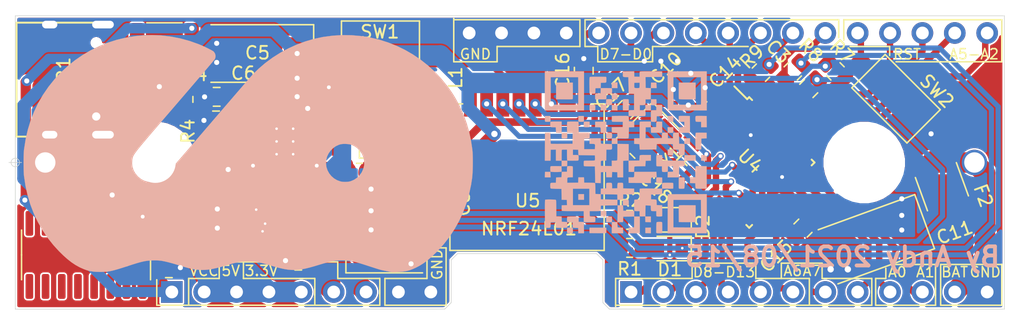
<source format=kicad_pcb>
(kicad_pcb (version 20211014) (generator pcbnew)
  (layers (0 "F.Cu" signal) (31 "B.Cu" signal) (34 "B.Paste" user) (35 "F.Paste" user) (36 "B.SilkS" user "B.Silkscreen") (37 "F.SilkS" user "F.Silkscreen") (38 "B.Mask" user) (39 "F.Mask" user) (44 "Edge.Cuts" user))
  (net 0 "")
  (net 1 "GNDA")
  (net 2 "Net-(C1-Pad1)")
  (net 3 "VCC")
  (net 4 "Net-(C3-Pad2)")
  (net 5 "/Reset")
  (net 6 "Net-(C4-Pad2)")
  (net 7 "+5V")
  (net 8 "+3V3")
  (net 9 "Net-(C18-Pad2)")
  (net 10 "Net-(D1-Pad2)")
  (net 11 "/RX")
  (net 12 "Net-(D2-Pad2)")
  (net 13 "/TX")
  (net 14 "Net-(L1-Pad1)")
  (net 15 "Net-(U1-Pad15)")
  (net 16 "Net-(U1-Pad14)")
  (net 17 "Net-(U1-Pad12)")
  (net 18 "Net-(U1-Pad11)")
  (net 19 "Net-(U1-Pad10)")
  (net 20 "Net-(U1-Pad9)")
  (net 21 "Net-(U1-Pad8)")
  (net 22 "Net-(U1-Pad7)")
  (net 23 "Net-(U1-Pad6)")
  (net 24 "Net-(U1-Pad5)")
  (net 25 "/D2")
  (net 26 "/A5")
  (net 27 "/A4")
  (net 28 "/A3")
  (net 29 "/A2")
  (net 30 "/A1")
  (net 31 "/A0")
  (net 32 "/D4")
  (net 33 "/D3")
  (net 34 "Net-(USB1-Pad3)")
  (net 35 "Net-(USB1-Pad10)")
  (net 36 "Net-(USB1-Pad4)")
  (net 37 "Net-(USB1-Pad9)")
  (net 38 "Net-(C9-Pad1)")
  (net 39 "+BATT")
  (net 40 "Net-(C15-Pad2)")
  (net 41 "Net-(D3-Pad2)")
  (net 42 "VBUS")
  (net 43 "/D13")
  (net 44 "/D12")
  (net 45 "/D11")
  (net 46 "/D10")
  (net 47 "/D9")
  (net 48 "/D8")
  (net 49 "/D7")
  (net 50 "/D6")
  (net 51 "/D5")
  (net 52 "/A6")
  (net 53 "/A7")
  (net 54 "/D0")
  (net 55 "/D1")
  (net 56 "Net-(R4-Pad2)")
  (net 57 "Net-(R5-Pad2)")
  (net 58 "Net-(U5-Pad8)")
  (net 59 "Net-(C17-Pad2)")
  (net 60 "+3V8")
  (footprint "Capacitor_SMD:C_0805_2012Metric" (layer "F.Cu") (at 66.4 38.7)
    (fp_text reference "C7")
    (fp_text value "4.7u")
  )
  (footprint "Capacitor_Tantalum_SMD:CP_EIA-7343-15_Kemet-W" (layer "F.Cu") (at 69.65 46.45 180)
    (fp_text reference "C9")
    (fp_text value "22u")
  )
  (footprint "Capacitor_SMD:C_0805_2012Metric" (layer "F.Cu") (at 95.25 34.8 -90)
    (fp_text reference "C16")
    (fp_text value "0.1u")
  )
  (footprint "Fuse:Fuse_1812_4532Metric" (layer "F.Cu") (at 123.35 43.9 110)
    (fp_text reference "F2")
    (fp_text value "Fuse")
  )
  (footprint "Capacitor_SMD:C_0805_2012Metric" (layer "F.Cu") (at 57.3 44.6)
    (fp_text reference "C1")
    (fp_text value "0.1u")
  )
  (footprint "Capacitor_SMD:C_0805_2012Metric" (layer "F.Cu") (at 62.7 50.3 180)
    (fp_text reference "C2")
    (fp_text value "1u")
  )
  (footprint "Capacitor_SMD:C_0805_2012Metric" (layer "F.Cu") (at 61.95 37 -90)
    (fp_text reference "C4")
    (fp_text value "4.7u")
  )
  (footprint "Capacitor_SMD:C_0805_2012Metric" (layer "F.Cu") (at 66.45 36.85)
    (fp_text reference "C6")
    (fp_text value "4.7u")
  )
  (footprint "Capacitor_SMD:C_0805_2012Metric" (layer "F.Cu") (at 83.6 45.15 90)
    (fp_text reference "C8")
    (fp_text value "1u")
  )
  (footprint "Capacitor_SMD:C_0805_2012Metric" (layer "F.Cu") (at 102.95 35.6 -135)
    (fp_text reference "C10")
    (fp_text value "4.7u")
  )
  (footprint "Capacitor_SMD:C_0805_2012Metric" (layer "F.Cu") (at 98.6 37.85 45)
    (fp_text reference "C17")
    (fp_text value "22p")
  )
  (footprint "Capacitor_SMD:C_0805_2012Metric" (layer "F.Cu") (at 98.55 42 -45)
    (fp_text reference "C18")
    (fp_text value "22p")
  )
  (footprint "LED_SMD:LED_0805_2012Metric" (layer "F.Cu") (at 102 48.75 180)
    (fp_text reference "D1")
    (fp_text value "LED")
  )
  (footprint "LED_SMD:LED_0805_2012Metric" (layer "F.Cu") (at 66.45 42.55 180)
    (fp_text reference "D3")
    (fp_text value "LED")
  )
  (footprint "LED_SMD:LED_0805_2012Metric" (layer "F.Cu") (at 102 46.5 180)
    (fp_text reference "D2")
    (fp_text value "LED")
  )
  (footprint "Inductor_SMD:L_Bourns_SRN6045TA" (layer "F.Cu") (at 80.75 38.55 -90)
    (fp_text reference "L1")
    (fp_text value "L_Small")
  )
  (footprint "Resistor_SMD:R_0805_2012Metric" (layer "F.Cu") (at 63.85 37.05 90)
    (fp_text reference "R3")
    (fp_text value "2")
  )
  (footprint "Resistor_SMD:R_0805_2012Metric" (layer "F.Cu") (at 75.3 35.2 -90)
    (fp_text reference "R5")
    (fp_text value "10k")
  )
  (footprint "Resistor_SMD:R_0805_2012Metric" (layer "F.Cu") (at 77.65 42.8)
    (fp_text reference "R6")
    (fp_text value "0.5")
  )
  (footprint "Resistor_SMD:R_0805_2012Metric" (layer "F.Cu") (at 98.85 46.5 180)
    (fp_text reference "R2")
    (fp_text value "1k")
  )
  (footprint "Resistor_SMD:R_0805_2012Metric" (layer "F.Cu") (at 115 34.85 135)
    (fp_text reference "R7")
    (fp_text value "10k")
  )
  (footprint "Resistor_SMD:R_0805_2012Metric" (layer "F.Cu") (at 109.15 34.95 -135)
    (fp_text reference "R9")
    (fp_text value "1k")
  )
  (footprint "Button_Switch_SMD:SW_SPST_CK_RS282G05A3" (layer "F.Cu") (at 79.3 32.75)
    (fp_text reference "SW1")
    (fp_text value "SW_Push")
  )
  (footprint "Package_SO:SOIC-16_3.9x9.9mm_P1.27mm" (layer "F.Cu") (at 56.2 49.25 -90)
    (fp_text reference "U1")
    (fp_text value "CH340C")
  )
  (footprint "Package_QFP:TQFP-32_7x7mm_P0.8mm" (layer "F.Cu") (at 108.230583 42 -45)
    (fp_text reference "U4")
    (fp_text value "ATmega328P-A")
  )
  (footprint "Crystal:Crystal_SMD_3225-4Pin_3.2x2.5mm" (layer "F.Cu") (at 100.4 39.85 -135)
    (fp_text reference "Y1")
    (fp_text value "Crystal_GND24")
  )
  (footprint "nrf24l01:NRF24L01-SMD" (layer "F.Cu") (at 90.85 46.1 180)
    (fp_text reference "U5")
    (fp_text value "NRF24L01_Breakout")
  )
  (footprint "Type-C:HRO-TYPE-C-31-M-12" (layer "F.Cu") (at 50.75 35.5 -90)
    (fp_text reference "USB1")
    (fp_text value "HRO-TYPE-C-31-M-12" hide)
  )
  (footprint "Package_SO:SOIC-8-1EP_3.9x4.9mm_P1.27mm_EP2.29x3mm_ThermalVias" (layer "F.Cu") (at 71.8 40.35)
    (fp_text reference "U2")
    (fp_text value "IP5306")
  )
  (footprint "Capacitor_Tantalum_SMD:CP_EIA-7343-15_Kemet-W" (layer "F.Cu") (at 69.65 33.45 180)
    (fp_text reference "C5")
    (fp_text value "150u")
  )
  (footprint "Resistor_SMD:R_0805_2012Metric" (layer "F.Cu") (at 66.4 40.5)
    (fp_text reference "R4")
    (fp_text value "200")
  )
  (footprint "Fuse:Fuse_1812_4532Metric" (layer "F.Cu") (at 62.35 32.75 180)
    (fp_text reference "F1")
    (fp_text value "Fuse")
  )
  (footprint "Package_TO_SOT_SMD:SOT-223-3_TabPin2" (layer "F.Cu") (at 78.5 47.25 180)
    (fp_text reference "U3")
    (fp_text value "AMS1117")
  )
  (footprint "Resource:PinHeader_1x09_P2.54mm_Vertical" (layer "F.Cu") (at 62.93 52.16 90)
    (fp_text reference "J1" hide)
    (fp_text value "Conn_01x09" hide)
  )
  (footprint "Resource:PinHeader_1x12_P2.54mm_Vertical" (layer "F.Cu") (at 98.96 52.16 90)
    (fp_text reference "J2" hide)
    (fp_text value "Conn_01x12" hide)
  )
  (footprint "Resource:PinHeader_1x17_P2.54mm_Vertical" (layer "F.Cu") (at 86.26 31.84 90)
    (fp_text reference "J3" hide)
    (fp_text value "Conn_01x17" hide)
  )
  (footprint "Capacitor_SMD:C_0805_2012Metric" (layer "F.Cu") (at 112.45 47.15 -135)
    (fp_text reference "C15")
    (fp_text value "0.1u")
  )
  (footprint "Button_Switch_SMD:SW_SPST_CK_RS282G05A3" (layer "F.Cu") (at 119.75 37 -45)
    (fp_text reference "SW2")
    (fp_text value "SW_Push")
  )
  (footprint "Resistor_SMD:R_0805_2012Metric" (layer "F.Cu") (at 111.65 34.85 -135)
    (fp_text reference "R8")
    (fp_text value "1k")
  )
  (footprint "Capacitor_SMD:C_0805_2012Metric" (layer "F.Cu") (at 112.9 36.2 45)
    (fp_text reference "C3")
    (fp_text value "0.1u")
  )
  (footprint "Resistor_SMD:R_0805_2012Metric" (layer "F.Cu") (at 98.85 48.7 180)
    (fp_text reference "R1")
    (fp_text value "1k")
  )
  (footprint "Capacitor_Tantalum_SMD:CP_EIA-7343-15_Kemet-W" (layer "F.Cu") (at 117.85 48.15 -160)
    (fp_text reference "C11")
    (fp_text value "22u")
  )
  (footprint "Capacitor_SMD:C_0805_2012Metric" (layer "F.Cu") (at 104.2 36.9 -135)
    (fp_text reference "C14")
    (fp_text value "0.1u")
  )
  (footprint "Capacitor_SMD:C_0805_2012Metric" (layer "F.Cu") (at 72.85 49.7)
    (fp_text reference "C12")
    (fp_text value "1u")
  )
  (footprint "Resource:BatteryHolder_MPD_BH-18650-PC2" (layer "B.Cu") (at 125.9 42 180)
    (fp_text reference "BT1" hide)
    (fp_text value "Battery_Cell")
  )
  (footprint "LOGO:logo" (layer "B.Cu") (at 68.95 41.3 180)
    (fp_text reference "G***" hide)
    (fp_text value "LOGO" hide)
  )
  (footprint "LOGO:QR" (layer "B.Cu") (at 98.55 41.2 180)
    (fp_text reference "G***" hide)
    (fp_text value "LOGO" hide)
  )
  (gr_line (start 94.95 32.9) (end 94.95 30.8) (layer "F.SilkS") (width 0.12))
  (gr_line (start 113.95 51.1) (end 117.85 51.1) (layer "F.SilkS") (width 0.12))
  (gr_line (start 108.75 51.1) (end 112.95 51.1) (layer "F.SilkS") (width 0.12))
  (gr_line (start 74.15 53.2) (end 61.75 53.2) (layer "F.SilkS") (width 0.12))
  (gr_line (start 79.25 53.2) (end 74.15 53.2) (layer "F.SilkS") (width 0.12))
  (gr_line (start 82.95 51.1) (end 79.65 51.1) (layer "F.SilkS") (width 0.12))
  (gr_line (start 128.05 50) (end 123.25 50) (layer "F.SilkS") (width 0.12))
  (gr_line (start 88.45 32.9) (end 94.95 32.9) (layer "F.SilkS") (width 0.12))
  (gr_line (start 85.05 34.1) (end 88.45 34.1) (layer "F.SilkS") (width 0.12))
  (gr_line (start 79.65 53.2) (end 84.45 53.2) (layer "F.SilkS") (width 0.12))
  (gr_line (start 103.75 49.9) (end 108.75 49.9) (layer "F.SilkS") (width 0.12))
  (gr_line (start 119.25 33.6) (end 119.25 32.9) (layer "F.SilkS") (width 0.12))
  (gr_line (start 96.35 34.1) (end 100.65 34.1) (layer "F.SilkS") (width 0.12))
  (gr_line (start 95.35 30.8) (end 95.35 32.9) (layer "F.SilkS") (width 0.12))
  (gr_line (start 94.95 30.8) (end 85.05 30.8) (layer "F.SilkS") (width 0.12))
  (gr_line (start 115.65 30.8) (end 128.05 30.8) (layer "F.SilkS") (width 0.12))
  (gr_line (start 79.65 51.1) (end 79.65 53.2) (layer "F.SilkS") (width 0.12))
  (gr_line (start 97.75 51.1) (end 103.75 51.1) (layer "F.SilkS") (width 0.12))
  (gr_line (start 84.45 53.1) (end 84.45 48.7) (layer "F.SilkS") (width 0.12))
  (gr_line (start 123.25 53.2) (end 128.05 53.2) (layer "F.SilkS") (width 0.12))
  (gr_line (start 118.15 53.2) (end 122.85 53.2) (layer "F.SilkS") (width 0.12))
  (gr_line (start 97.75 51.1) (end 97.75 53.3) (layer "F.SilkS") (width 0.12))
  (gr_line (start 122.85 53.2) (end 122.85 50) (layer "F.SilkS") (width 0.12))
  (gr_line (start 118.15 51.1) (end 118.15 53.2) (layer "F.SilkS") (width 0.12))
  (gr_line (start 82.95 48.7) (end 82.95 51.1) (layer "F.SilkS") (width 0.12))
  (gr_line (start 96.35 32.9) (end 96.35 34.1) (layer "F.SilkS") (width 0.12))
  (gr_line (start 100.65 32.9) (end 108.15 32.9) (layer "F.SilkS") (width 0.12))
  (gr_line (start 64.25 51.1) (end 66.65 51.1) (layer "F.SilkS") (width 0.12))
  (gr_line (start 100.65 34.1) (end 100.65 32.9) (layer "F.SilkS") (width 0.12))
  (gr_line (start 110.75 49.9) (end 113.95 49.9) (layer "F.SilkS") (width 0.12))
  (gr_line (start 118.95 51.1) (end 118.15 51.1) (layer "F.SilkS") (width 0.12))
  (gr_line (start 110.75 51.1) (end 110.75 49.9) (layer "F.SilkS") (width 0.12))
  (gr_line (start 66.65 49.8) (end 71.15 49.8) (layer "F.SilkS") (width 0.12))
  (gr_line (start 122.85 50) (end 119.65 50) (layer "F.SilkS") (width 0.12))
  (gr_line (start 108.75 49.9) (end 108.75 51.1) (layer "F.SilkS") (width 0.12))
  (gr_line (start 68.55 49.8) (end 68.55 51.1) (layer "F.SilkS") (width 0.12))
  (gr_line (start 119.25 32.9) (end 116.15 32.9) (layer "F.SilkS") (width 0.12))
  (gr_line (start 68.55 51.1) (end 74.15 51.1) (layer "F.SilkS") (width 0.12))
  (gr_line (start 79.25 51.1) (end 79.25 53.2) (layer "F.SilkS") (width 0.12))
  (gr_line (start 113.95 49.9) (end 113.95 51.1) (layer "F.SilkS") (width 0.12))
  (gr_line (start 128.05 30.8) (end 128.05 34.1) (layer "F.SilkS") (width 0.12))
  (gr_line (start 115.65 30.8) (end 115.65 32.4) (layer "F.SilkS") (width 0.12))
  (gr_line (start 103.75 51.1) (end 103.75 49.9) (layer "F.SilkS") (width 0.12))
  (gr_line (start 95.35 30.8) (end 115.25 30.8) (layer "F.SilkS") (width 0.12))
  (gr_line (start 84.45 48.7) (end 82.95 48.7) (layer "F.SilkS") (width 0.12))
  (gr_line (start 118.95 50.3) (end 118.95 51.1) (layer "F.SilkS") (width 0.12))
  (gr_line (start 128.05 53.2) (end 128.05 50) (layer "F.SilkS") (width 0.12))
  (gr_line (start 117.85 51.1) (end 117.85 53.2) (layer "F.SilkS") (width 0.12))
  (gr_line (start 95.35 32.9) (end 96.35 32.9) (layer "F.SilkS") (width 0.12))
  (gr_line (start 74.15 51.1) (end 74.15 53.2) (layer "F.SilkS") (width 0.12))
  (gr_line (start 64.25 49.8) (end 66.65 49.8) (layer "F.SilkS") (width 0.12))
  (gr_line (start 75.95 49.8) (end 75.95 51.1) (layer "F.SilkS") (width 0.12))
  (gr_line (start 97.75 53.2) (end 117.85 53.2) (layer "F.SilkS") (width 0.12))
  (gr_line (start 75.95 51.1) (end 79.25 51.1) (layer "F.SilkS") (width 0.12))
  (gr_line (start 85.05 30.7) (end 85.05 34.1) (layer "F.SilkS") (width 0.12))
  (gr_line (start 88.45 34.1) (end 88.45 32.9) (layer "F.SilkS") (width 0.12))
  (gr_line (start 115.25 30.8) (end 115.25 32.2) (layer "F.SilkS") (width 0.12))
  (gr_line (start 64.25 53.2) (end 64.25 51.1) (layer "F.SilkS") (width 0.12))
  (gr_line (start 123.25 50) (end 123.25 53.2) (layer "F.SilkS") (width 0.12))
  (gr_line (start 128.05 34.1) (end 119.75 34.1) (layer "F.SilkS") (width 0.12))
  (gr_line (start 112.95 53.2) (end 112.95 51.1) (layer "F.SilkS") (width 0.12))
  (gr_line (start 61.75 51.2) (end 61.75 53.2) (layer "F.SilkS") (width 0.12))
  (gr_line (start 74.55 49.8) (end 75.95 49.8) (layer "F.SilkS") (width 0.12))
  (gr_line (start 66.65 49.8) (end 66.65 51.1) (layer "F.SilkS") (width 0.12))
  (gr_line (start 50.65 30.49) (end 50.65 53.51) (layer "Edge.Cuts") (width 0.05))
  (gr_line (start 50.65 30.49) (end 128.25 30.49) (layer "Edge.Cuts") (width 0.05))
  (gr_line (start 84.35 53.5) (end 50.65 53.51) (layer "Edge.Cuts") (width 0.05))
  (gr_line (start 97.25 53.5) (end 128.25 53.51) (layer "Edge.Cuts") (width 0.05))
  (gr_line (start 84.85 53) (end 84.85 49.65) (layer "Edge.Cuts") (width 0.05))
  (gr_line (start 128.25 30.49) (end 128.25 53.51) (layer "Edge.Cuts") (width 0.05))
  (gr_line (start 96.25 49.15) (end 96.75 49.65) (layer "Edge.Cuts") (width 0.05))
  (gr_line (start 96.75 53) (end 97.25 53.5) (layer "Edge.Cuts") (width 0.05))
  (gr_line (start 84.85 53) (end 84.35 53.5) (layer "Edge.Cuts") (width 0.05))
  (gr_line (start 85.35 49.15) (end 84.85 49.65) (layer "Edge.Cuts") (width 0.05))
  (gr_line (start 96.75 49.65) (end 96.75 53) (layer "Edge.Cuts") (width 0.05))
  (gr_line (start 85.35 49.15) (end 96.25 49.15) (layer "Edge.Cuts") (width 0.05))
  (gr_text "By Andy 2021/08/15" (at 115.55 49.4) (layer "B.SilkS") (effects (font (size 1.5 1.5) (thickness 0.3)) (justify mirror)))
  (gr_text "A1" (at 122.05 50.6) (layer "F.SilkS") (effects (font (size 0.8 0.8) (thickness 0.12))))
  (gr_text "A0" (at 119.85 50.6) (layer "F.SilkS") (effects (font (size 0.8 0.8) (thickness 0.12))))
  (gr_text "A6" (at 111.65 50.5) (layer "F.SilkS") (effects (font (size 0.8 0.8) (thickness 0.12))))
  (gr_text "A7\n" (at 113.15 50.5) (layer "F.SilkS") (effects (font (size 0.8 0.8) (thickness 0.12))))
  (gr_text "D8-D13\n" (at 106.25 50.6) (layer "F.SilkS") (effects (font (size 0.8 0.8) (thickness 0.12))))
  (gr_text "RST" (at 119.45 33.5) (layer "F.SilkS") (effects (font (size 0.8 0.8) (thickness 0.12)) (justify left)))
  (gr_text "GND" (at 83.75 50 90) (layer "F.SilkS") (effects (font (size 0.8 0.8) (thickness 0.12))))
  (gr_text "3.3V" (at 69.95 50.5) (layer "F.SilkS") (effects (font (size 0.8 0.8) (thickness 0.12))))
  (gr_text "GND" (at 86.75 33.5) (layer "F.SilkS") (effects (font (size 0.8 0.8) (thickness 0.12))))
  (gr_text "A5-A2\n" (at 123.85 33.5) (layer "F.SilkS") (effects (font (size 0.8 0.8) (thickness 0.12)) (justify left)))
  (gr_text "GND" (at 126.75 50.6) (layer "F.SilkS") (effects (font (size 0.8 0.8) (thickness 0.12))))
  (gr_text "D7-D0" (at 98.55 33.5) (layer "F.SilkS") (effects (font (size 0.8 0.8) (thickness 0.12))))
  (gr_text "5V" (at 67.55 50.5) (layer "F.SilkS") (effects (font (size 0.8 0.8) (thickness 0.12))))
  (gr_text "VCC" (at 65.45 50.5) (layer "F.SilkS") (effects (font (size 0.8 0.8) (thickness 0.12))))
  (gr_text "BAT" (at 124.35 50.6) (layer "F.SilkS") (effects (font (size 0.8 0.8) (thickness 0.12))))
  (target plus (at 50.65 42) (size 1) (width 0.05) (layer "Edge.Cuts"))
  (segment (start 103.646751 35.003249) (end 104.771751 36.128249) (width 1) (layer "F.Cu") (net 1))
  (segment (start 104.771751 36.128249) (end 104.871751 36.228249) (width 1) (layer "F.Cu") (net 1))
  (segment (start 110.810013 43.139987) (end 110.810013 44.013743) (width 0.5) (layer "F.Cu") (net 1))
  (segment (start 108.352103 39.852103) (end 110.810013 42.310013) (width 0.5) (layer "F.Cu") (net 1))
  (segment (start 97.928249 38.521751) (end 97.928249 38.933884) (width 1) (layer "F.Cu") (net 1))
  (segment (start 100 34.05) (end 101.3 34.05) (width 0.8) (layer "F.Cu") (net 1))
  (segment (start 101.3 34.05) (end 102.6 34.05) (width 0.8) (layer "F.Cu") (net 1))
  (segment (start 102.6 34.05) (end 102.743502 34.05) (width 0.8) (layer "F.Cu") (net 1))
  (segment (start 95.25 33.85) (end 93.98 35.12) (width 0.8) (layer "F.Cu") (net 1))
  (segment (start 60.645 46.24974) (end 60.645 46.24974) (width 0.6) (layer "F.Cu") (net 1))
  (segment (start 106.073907 38.146268) (end 106.648372 38.720733) (width 0.5) (layer "F.Cu") (net 1))
  (segment (start 99.021142 40.185356) (end 97.878249 41.328249) (width 1) (layer "F.Cu") (net 1))
  (segment (start 105.517 39.852103) (end 104.942536 39.277639) (width 0.5) (layer "F.Cu") (net 1))
  (segment (start 103.621751 34.978249) (end 103.646751 35.003249) (width 1) (layer "F.Cu") (net 1))
  (segment (start 111.51863 44.722361) (end 111.51863 44.875128) (width 0.5) (layer "F.Cu") (net 1))
  (segment (start 83.2 32.75) (end 85.35 32.75) (width 1) (layer "F.Cu") (net 1))
  (segment (start 106.648372 39.852103) (end 108.352103 39.852103) (width 0.5) (layer "F.Cu") (net 1))
  (segment (start 104.871751 36.944112) (end 106.073907 38.146268) (width 0.5) (layer "F.Cu") (net 1))
  (segment (start 97.928249 38.521751) (end 97.928249 38.521751) (width 1) (layer "F.Cu") (net 1))
  (segment (start 103.621751 34.928249) (end 103.621751 34.978249) (width 1) (layer "F.Cu") (net 1))
  (segment (start 101.63169 39.820391) (end 99.227528 39.820391) (width 0.6) (layer "F.Cu") (net 1))
  (segment (start 98.079089 38.370911) (end 98.079089 35.85923) (width 0.6) (layer "F.Cu") (net 1))
  (segment (start 58.25 44.6) (end 58.99526 44.6) (width 0.6) (layer "F.Cu") (net 1))
  (segment (start 108.352103 39.852103) (end 108.352103 39.852103) (width 0.5) (layer "F.Cu") (net 1))
  (segment (start 82.234002 49.55) (end 83.6 48.184002) (width 1) (layer "F.Cu") (net 1))
  (segment (start 83.6 48.184002) (end 83.6 46.1) (width 1) (layer "F.Cu") (net 1))
  (segment (start 99.888319 34.05) (end 100 34.05) (width 0.8) (layer "F.Cu") (net 1))
  (segment (start 99.021142 40.026777) (end 99.021142 40.185356) (width 1) (layer "F.Cu") (net 1))
  (segment (start 58.445 32.275) (end 58.445 32.095) (width 0.5) (layer "F.Cu") (net 1))
  (segment (start 93.98 35.12) (end 93.98 37.4) (width 0.8) (layer "F.Cu") (net 1))
  (segment (start 102.743502 34.05) (end 103.621751 34.928249) (width 0.8) (layer "F.Cu") (net 1))
  (segment (start 111.51863 44.875128) (end 113.121751 46.478249) (width 0.5) (layer "F.Cu") (net 1))
  (segment (start 101.778858 39.673223) (end 101.63169 39.820391) (width 0.6) (layer "F.Cu") (net 1))
  (segment (start 60.645 46.24974) (end 60.645 46.775) (width 0.6) (layer "F.Cu") (net 1))
  (segment (start 111.51863 44.722361) (end 111.565863 44.722361) (width 0.5) (layer "F.Cu") (net 1))
  (segment (start 85.35 32.75) (end 86.26 31.84) (width 1) (layer "F.Cu") (net 1))
  (segment (start 106.648372 39.852103) (end 105.517 39.852103) (width 0.5) (layer "F.Cu") (net 1))
  (segment (start 104.871751 36.228249) (end 104.871751 36.944112) (width 0.5) (layer "F.Cu") (net 1))
  (segment (start 110.810013 44.013743) (end 111.51863 44.722361) (width 0.5) (layer "F.Cu") (net 1))
  (segment (start 58.445 32.095) (end 57.53 31.18) (width 0.5) (layer "F.Cu") (net 1))
  (segment (start 81.65 49.55) (end 82.234002 49.55) (width 1) (layer "F.Cu") (net 1))
  (segment (start 58.445 38.725) (end 58.445 38.905) (width 0.5) (layer "F.Cu") (net 1))
  (segment (start 58.99526 44.6) (end 60.645 46.24974) (width 0.6) (layer "F.Cu") (net 1))
  (segment (start 106.648372 38.720733) (end 106.648372 39.852103) (width 0.5) (layer "F.Cu") (net 1))
  (segment (start 98.079089 35.85923) (end 99.888319 34.05) (width 0.8) (layer "F.Cu") (net 1))
  (segment (start 95.25 33.85) (end 95.25 33.85) (width 0.8) (layer "F.Cu") (net 1))
  (segment (start 110.810013 42.310013) (end 110.810013 43.139987) (width 0.5) (layer "F.Cu") (net 1))
  (segment (start 99.227528 39.820391) (end 99.021142 40.026777) (width 0.6) (layer "F.Cu") (net 1))
  (segment (start 97.928249 38.521751) (end 98.079089 38.370911) (width 0.6) (layer "F.Cu") (net 1))
  (segment (start 58.445 38.905) (end 57.53 39.82) (width 0.5) (layer "F.Cu") (net 1))
  (segment (start 97.928249 38.933884) (end 99.021142 40.026777) (width 1) (layer "F.Cu") (net 1))
  (via (at 65.5 36.85) (size 0.8) (drill 0.4) (layers "F.Cu" "B.Cu") (net 1))
  (via (at 100 34.05) (size 0.8) (drill 0.4) (layers "F.Cu" "B.Cu") (net 1))
  (via (at 66.5 45.65) (size 0.8) (drill 0.4) (layers "F.Cu" "B.Cu") (net 1))
  (via (at 122.5 39.75) (size 0.8) (drill 0.4) (layers "F.Cu" "B.Cu") (net 1))
  (via (at 66.5 47.15) (size 0.8) (drill 0.4) (layers "F.Cu" "B.Cu") (net 1))
  (via (at 115.970001 50.379999) (size 1) (drill 0.5) (layers "F.Cu" "B.Cu") (net 1))
  (via (at 66.45 34.15) (size 0.8) (drill 0.4) (layers "F.Cu" "B.Cu") (net 1))
  (via (at 71.85 49.7) (size 0.8) (drill 0.4) (layers "F.Cu" "B.Cu") (net 1))
  (via (at 103.646751 35.003249) (size 0.8) (drill 0.4) (layers "F.Cu" "B.Cu") (net 1))
  (via (at 60.645 46.24974) (size 0.6) (drill 0.3) (layers "F.Cu" "B.Cu") (net 1))
  (via (at 67.35 42.55) (size 0.8) (drill 0.4) (layers "F.Cu" "B.Cu") (net 1))
  (via (at 61.95 36.05) (size 0.8) (drill 0.4) (layers "F.Cu" "B.Cu") (net 1))
  (via (at 66.45 32.65) (size 0.8) (drill 0.4) (layers "F.Cu" "B.Cu") (net 1))
  (via (at 81.7 49.95) (size 0.8) (drill 0.4) (layers "F.Cu" "B.Cu") (net 1))
  (via (at 114.620001 50.379999) (size 1) (drill 0.5) (layers "F.Cu" "B.Cu") (net 1))
  (via (at 110.810013 43.139987) (size 0.5) (drill 0.3) (layers "F.Cu" "B.Cu") (net 1))
  (via (at 108.352103 39.852103) (size 0.5) (drill 0.3) (layers "F.Cu" "B.Cu") (net 1))
  (via (at 104.771751 36.128249) (size 0.8) (drill 0.4) (layers "F.Cu" "B.Cu") (net 1))
  (via (at 58.25 44.55) (size 0.8) (drill 0.4) (layers "F.Cu" "B.Cu") (net 1))
  (via (at 102.6 34.05) (size 0.8) (drill 0.4) (layers "F.Cu" "B.Cu") (net 1))
  (via (at 63.6 50.25) (size 0.8) (drill 0.4) (layers "F.Cu" "B.Cu") (net 1))
  (via (at 65.45 38.7) (size 0.8) (drill 0.4) (layers "F.Cu" "B.Cu") (net 1))
  (via (at 95.25 33.85) (size 0.8) (drill 0.4) (layers "F.Cu" "B.Cu") (net 1))
  (via (at 101.3 34.05) (size 0.8) (drill 0.4) (layers "F.Cu" "B.Cu") (net 1))
  (segment (start 114.620001 50.379999) (end 98.830587 50.379999) (width 1.6) (layer "B.Cu") (net 1))
  (segment (start 115.970001 50.379999) (end 114.620001 50.379999) (width 1.6) (layer "B.Cu") (net 1))
  (segment (start 83.25 49.899412) (end 83.25 52.16) (width 1.6) (layer "B.Cu") (net 1))
  (segment (start 84.954421 48.194991) (end 83.25 49.899412) (width 1.6) (layer "B.Cu") (net 1))
  (segment (start 126.9 52.16) (end 125.119999 50.379999) (width 1.6) (layer "B.Cu") (net 1))
  (segment (start 96.645578 48.19499) (end 84.954421 48.194991) (width 1.6) (layer "B.Cu") (net 1))
  (segment (start 125.119999 50.379999) (end 115.970001 50.379999) (width 1.6) (layer "B.Cu") (net 1))
  (segment (start 98.830587 50.379999) (end 96.645578 48.19499) (width 1.6) (layer "B.Cu") (net 1))
  (segment (start 56.85 45.1) (end 56.85 46.76) (width 0.6) (layer "F.Cu") (net 2))
  (segment (start 56.85 46.76) (end 56.835 46.775) (width 0.6) (layer "F.Cu") (net 2))
  (segment (start 56.35 44.6) (end 56.85 45.1) (width 0.6) (layer "F.Cu") (net 2))
  (segment (start 67.4 36.85) (end 67.4 38.65) (width 1) (layer "F.Cu") (net 3))
  (segment (start 60.645 51.255) (end 61.75 50.15) (width 0.8) (layer "F.Cu") (net 3))
  (segment (start 51.449962 44.950038) (end 51.4 44.950038) (width 0.8) (layer "F.Cu") (net 3))
  (segment (start 67.4 36.85) (end 67.4 37.64) (width 1) (layer "F.Cu") (net 3))
  (segment (start 67.4 36.125) (end 67.4 36.85) (width 1) (layer "F.Cu") (net 3))
  (segment (start 61.75 50.15) (end 61.75 50.98) (width 0.8) (layer "F.Cu") (net 3))
  (segment (start 64.4875 32.75) (end 64.4875 32.75) (width 1) (layer "F.Cu") (net 3))
  (segment (start 68.205 38.445) (end 67.605 38.445) (width 1) (layer "F.Cu") (net 3))
  (segment (start 51.469999 44.930001) (end 51.449962 44.950038) (width 0.8) (layer "F.Cu") (net 3))
  (segment (start 69.325 38.445) (end 68.205 38.445) (width 1) (layer "F.Cu") (net 3))
  (segment (start 64.4875 35.5) (end 63.85 36.1375) (width 1) (layer "F.Cu") (net 3))
  (segment (start 64.4875 35.5) (end 64.4875 32.4875) (width 1) (layer "F.Cu") (net 3))
  (segment (start 60.645 51.725) (end 60.645 51.255) (width 0.8) (layer "F.Cu") (net 3))
  (segment (start 51.469999 44.680001) (end 51.469999 44.930001) (width 0.8) (layer "F.Cu") (net 3))
  (segment (start 67.4 37.64) (end 68.205 38.445) (width 1) (layer "F.Cu") (net 3))
  (segment (start 61.75 50.98) (end 62.93 52.16) (width 0.8) (layer "F.Cu") (net 3))
  (segment (start 62.495 51.725) (end 62.93 52.16) (width 0.8) (layer "F.Cu") (net 3))
  (segment (start 67.605 38.445) (end 67.35 38.7) (width 1) (layer "F.Cu") (net 3))
  (segment (start 51.55 35.6) (end 51.469999 35.680001) (width 0.8) (layer "F.Cu") (net 3))
  (segment (start 60.645 51.725) (end 62.495 51.725) (width 0.8) (layer "F.Cu") (net 3))
  (segment (start 66.76999 35.49499) (end 67.4 36.125) (width 1) (layer "F.Cu") (net 3))
  (segment (start 64.49251 35.49499) (end 66.76999 35.49499) (width 1) (layer "F.Cu") (net 3))
  (segment (start 67.4 38.65) (end 67.35 38.7) (width 1) (layer "F.Cu") (net 3))
  (segment (start 64.4875 35.5) (end 64.49251 35.49499) (width 1) (layer "F.Cu") (net 3))
  (segment (start 51.469999 35.680001) (end 51.469999 44.930001) (width 0.8) (layer "F.Cu") (net 3))
  (via (at 51.55 35.6) (size 0.8) (drill 0.4) (layers "F.Cu" "B.Cu") (net 3))
  (via (at 64.499999 31.46999) (size 0.8) (drill 0.4) (layers "F.Cu" "B.Cu") (net 3))
  (via (at 51.4 44.950038) (size 0.8) (drill 0.4) (layers "F.Cu" "B.Cu") (net 3))
  (segment (start 51.55 35.6) (end 51.55 35.6) (width 0.8) (layer "B.Cu") (net 3))
  (segment (start 58.609962 52.16) (end 62.93 52.16) (width 0.8) (layer "B.Cu") (net 3))
  (segment (start 53.28001 33.86999) (end 51.55 35.6) (width 0.8) (layer "B.Cu") (net 3))
  (segment (start 59.473356 31.46999) (end 59.43001 31.46999) (width 0.8) (layer "B.Cu") (net 3))
  (segment (start 57.03001 33.86999) (end 53.28001 33.86999) (width 0.8) (layer "B.Cu") (net 3))
  (segment (start 59.43001 31.46999) (end 57.03001 33.86999) (width 0.8) (layer "B.Cu") (net 3))
  (segment (start 59.473356 31.46999) (end 64.499999 31.46999) (width 0.8) (layer "B.Cu") (net 3))
  (segment (start 51.4 44.950038) (end 58.609962 52.16) (width 0.8) (layer "B.Cu") (net 3))
  (segment (start 56.835 50.75) (end 58.385009 49.199991) (width 0.4) (layer "F.Cu") (net 4))
  (segment (start 56.835 51.725) (end 56.835 50.75) (width 0.4) (layer "F.Cu") (net 4))
  (segment (start 68.250009 49.199991) (end 70.05 47.4) (width 0.4) (layer "F.Cu") (net 4))
  (segment (start 58.385009 49.199991) (end 68.250009 49.199991) (width 0.4) (layer "F.Cu") (net 4))
  (via (at 113.55 35.5) (size 0.8) (drill 0.4) (layers "F.Cu" "B.Cu") (net 4))
  (via (at 70.05 47.4) (size 0.4) (drill 0.2) (layers "F.Cu" "B.Cu") (net 4))
  (segment (start 73.483952 48.5) (end 70.15395 45.169998) (width 0.4) (layer "B.Cu") (net 4))
  (segment (start 116.35 35.5) (end 123.4 42.55) (width 0.4) (layer "B.Cu") (net 4))
  (segment (start 121.410034 48.189966) (end 99.737724 48.189966) (width 0.4) (layer "B.Cu") (net 4))
  (segment (start 68.950001 46.300001) (end 70.05 47.4) (width 0.4) (layer "B.Cu") (net 4))
  (segment (start 113.55 35.5) (end 116.35 35.5) (width 0.4) (layer "B.Cu") (net 4))
  (segment (start 123.4 42.55) (end 123.4 46.2) (width 0.4) (layer "B.Cu") (net 4))
  (segment (start 82.515543 46.004959) (end 80.020502 48.5) (width 0.4) (layer "B.Cu") (net 4))
  (segment (start 99.737724 48.189966) (end 97.552716 46.004958) (width 0.4) (layer "B.Cu") (net 4))
  (segment (start 97.552716 46.004958) (end 82.515543 46.004959) (width 0.4) (layer "B.Cu") (net 4))
  (segment (start 123.4 46.2) (end 121.410034 48.189966) (width 0.4) (layer "B.Cu") (net 4))
  (segment (start 70.15395 45.169998) (end 69.295598 45.169998) (width 0.4) (layer "B.Cu") (net 4))
  (segment (start 80.020502 48.5) (end 73.483952 48.5) (width 0.4) (layer "B.Cu") (net 4))
  (segment (start 69.295598 45.169998) (end 68.950001 45.515595) (width 0.4) (layer "B.Cu") (net 4))
  (segment (start 68.950001 45.515595) (end 68.950001 46.300001) (width 0.4) (layer "B.Cu") (net 4))
  (segment (start 111.732454 38.137489) (end 112.008214 38.137489) (width 0.5) (layer "F.Cu") (net 5))
  (segment (start 115.645235 35.495235) (end 115.739333 35.495235) (width 0.5) (layer "F.Cu") (net 5))
  (segment (start 115.739333 35.495235) (end 116.992284 34.242284) (width 0.5) (layer "F.Cu") (net 5))
  (segment (start 112.201188 37.944515) (end 112.791613 37.944515) (width 0.5) (layer "F.Cu") (net 5))
  (segment (start 116.992284 34.242284) (end 116.992284 32.092284) (width 0.5) (layer "F.Cu") (net 5))
  (segment (start 115.240893 35.495235) (end 115.645235 35.495235) (width 0.5) (layer "F.Cu") (net 5))
  (segment (start 111.15799 38.711953) (end 111.732454 38.137489) (width 0.5) (layer "F.Cu") (net 5))
  (segment (start 112.791613 37.944515) (end 115.240893 35.495235) (width 0.5) (layer "F.Cu") (net 5))
  (segment (start 116.74 31.84) (end 117.0525 31.84) (width 0.6) (layer "F.Cu") (net 5))
  (segment (start 110.952944 38.547056) (end 112.228249 37.271751) (width 0.5) (layer "F.Cu") (net 5))
  (segment (start 112.228249 37.271751) (end 112.228249 36.871751) (width 0.5) (layer "F.Cu") (net 5))
  (segment (start 112.008214 38.137489) (end 112.201188 37.944515) (width 0.5) (layer "F.Cu") (net 5))
  (segment (start 110.952944 38.711953) (end 111.15799 38.711953) (width 0.5) (layer "F.Cu") (net 5))
  (segment (start 110.952944 38.711953) (end 110.952944 38.547056) (width 0.5) (layer "F.Cu") (net 5))
  (segment (start 116.992284 32.092284) (end 116.74 31.84) (width 0.5) (layer "F.Cu") (net 5))
  (segment (start 61.9625 37.9625) (end 61.95 37.95) (width 1) (layer "F.Cu") (net 6))
  (segment (start 63.85 37.9625) (end 61.9625 37.9625) (width 1) (layer "F.Cu") (net 6))
  (segment (start 103.453249 37.496751) (end 103.528249 37.571751) (width 1) (layer "F.Cu") (net 7))
  (segment (start 72.7625 33.45) (end 72.7625 33.45) (width 1.6) (layer "F.Cu") (net 7))
  (segment (start 73.59 37.76) (end 73.53 37.7) (width 0.6) (layer "F.Cu") (net 7))
  (segment (start 88.239989 39.760011) (end 88.239989 39.760011) (width 1) (layer "F.Cu") (net 7))
  (segment (start 103.528249 37.571751) (end 104.36802 37.571751) (width 0.5) (layer "F.Cu") (net 7))
  (segment (start 74.275 38.445) (end 73.84 38.01) (width 0.6) (layer "F.Cu") (net 7))
  (segment (start 93.5 44.2) (end 97.73249 48.43249) (width 1) (layer "F.Cu") (net 7))
  (segment (start 83.6 44.2) (end 83.8 44.2) (width 1) (layer "F.Cu") (net 7))
  (segment (start 73.84 38.01) (end 73.59 37.76) (width 0.6) (layer "F.Cu") (net 7))
  (segment (start 83.6 44.2) (end 82.4 44.2) (width 0.8) (layer "F.Cu") (net 7))
  (segment (start 109.247109 45.844953) (end 109.821573 46.419417) (width 0.5) (layer "F.Cu") (net 7))
  (segment (start 103.528249 37.571751) (end 103.528249 38.994722) (width 0.5) (layer "F.Cu") (net 7))
  (segment (start 72.7625 36.9325) (end 72.7625 36.8375) (width 1.6) (layer "F.Cu") (net 7))
  (segment (start 83.6 44.2) (end 93.5 44.2) (width 1) (layer "F.Cu") (net 7))
  (segment (start 109.247109 43.392707) (end 109.247109 45.844953) (width 0.5) (layer "F.Cu") (net 7))
  (segment (start 97.73249 48.43249) (end 97.73249 48.49499) (width 1) (layer "F.Cu") (net 7))
  (segment (start 104.36802 37.571751) (end 105.508222 38.711953) (width 0.5) (layer "F.Cu") (net 7))
  (segment (start 102.278249 36.271751) (end 102.278249 36.271751) (width 1) (layer "F.Cu") (net 7))
  (segment (start 103.528249 38.994722) (end 104.376851 39.843324) (width 0.5) (layer "F.Cu") (net 7))
  (segment (start 106.424401 40.569999) (end 109.247109 43.392707) (width 0.5) (layer "F.Cu") (net 7))
  (segment (start 97.9375 46.5) (end 97.9375 48.7) (width 1.6) (layer "F.Cu") (net 7))
  (segment (start 73.84 38.01) (end 72.7625 36.9325) (width 1.6) (layer "F.Cu") (net 7))
  (segment (start 83.8 44.2) (end 88.239989 39.760011) (width 1) (layer "F.Cu") (net 7))
  (segment (start 97.73249 48.49499) (end 97.9375 48.7) (width 1) (layer "F.Cu") (net 7))
  (segment (start 105.103526 40.569999) (end 106.424401 40.569999) (width 0.5) (layer "F.Cu") (net 7))
  (segment (start 82.25 44.95) (end 81.65 44.95) (width 0.8) (layer "F.Cu") (net 7))
  (segment (start 82.4 44.2) (end 81.65 44.95) (width 0.8) (layer "F.Cu") (net 7))
  (segment (start 104.376851 39.843324) (end 105.103526 40.569999) (width 0.5) (layer "F.Cu") (net 7))
  (via (at 114.2 34.45) (size 0.8) (drill 0.4) (layers "F.Cu" "B.Cu") (net 7))
  (via (at 72.7625 35.3875) (size 0.8) (drill 0.4) (layers "F.Cu" "B.Cu") (net 7))
  (via (at 73.59 37.76) (size 0.8) (drill 0.4) (layers "F.Cu" "B.Cu") (net 7))
  (via (at 103.453249 37.496751) (size 0.8) (drill 0.4) (layers "F.Cu" "B.Cu") (net 7))
  (via (at 102.278249 36.271751) (size 0.8) (drill 0.4) (layers "F.Cu" "B.Cu") (net 7))
  (via (at 72.7625 36.8375) (size 0.8) (drill 0.4) (layers "F.Cu" "B.Cu") (net 7))
  (via (at 88.239989 39.760011) (size 1) (drill 0.5) (layers "F.Cu" "B.Cu") (net 7))
  (via (at 72.7625 33.45) (size 0.8) (drill 0.4) (layers "F.Cu" "B.Cu") (net 7))
  (segment (start 84 33.6) (end 72.7 33.6) (width 1.6) (layer "B.Cu") (net 7))
  (segment (start 104.332154 35.398248) (end 103.458651 36.271751) (width 0.4) (layer "B.Cu") (net 7))
  (segment (start 103.453249 37.496751) (end 103.453249 37.446751) (width 1) (layer "B.Cu") (net 7))
  (segment (start 86.159099 35.759099) (end 84 33.6) (width 1.6) (layer "B.Cu") (net 7))
  (segment (start 56.15 48.1) (end 62.974402 48.1) (width 1) (layer "B.Cu") (net 7))
  (segment (start 51.30501 37.54499) (end 51.30501 43.25501) (width 1) (layer "B.Cu") (net 7))
  (segment (start 51.30501 43.25501) (end 56.15 48.1) (width 1) (layer "B.Cu") (net 7))
  (segment (start 72.7625 36.8375) (end 72.7625 35.3875) (width 1.6) (layer "B.Cu") (net 7))
  (segment (start 70.55 52.16) (end 73.09 52.16) (width 1.6) (layer "B.Cu") (net 7))
  (segment (start 53.95 34.9) (end 51.30501 37.54499) (width 1) (layer "B.Cu") (net 7))
  (segment (start 68.985598 50.595598) (end 70.55 52.16) (width 1.6) (layer "B.Cu") (net 7))
  (segment (start 70.932499 31.619999) (end 65.836655 31.619999) (width 1) (layer "B.Cu") (net 7))
  (segment (start 73.59 37.76) (end 73.59 37.665) (width 1.6) (layer "B.Cu") (net 7))
  (segment (start 72.7625 35.3875) (end 72.7625 33.45) (width 1.6) (layer "B.Cu") (net 7))
  (segment (start 65.47 52.16) (end 68.01 52.16) (width 1.6) (layer "B.Cu") (net 7))
  (segment (start 62.974402 48.1) (end 65.47 50.595598) (width 1) (layer "B.Cu") (net 7))
  (segment (start 59.9 32.5) (end 57.5 34.9) (width 1) (layer "B.Cu") (net 7))
  (segment (start 72.7625 33.45) (end 70.932499 31.619999) (width 1) (layer "B.Cu") (net 7))
  (segment (start 114.2 34.45) (end 113.130402 34.45) (width 0.4) (layer "B.Cu") (net 7))
  (segment (start 101.765597 35.759099) (end 86.159099 35.759099) (width 1.6) (layer "B.Cu") (net 7))
  (segment (start 65.836655 31.619999) (end 64.956654 32.5) (width 1) (layer "B.Cu") (net 7))
  (segment (start 102.278249 36.271751) (end 101.765597 35.759099) (width 1.6) (layer "B.Cu") (net 7))
  (segment (start 66.445598 50.595598) (end 68.985598 50.595598) (width 1.6) (layer "B.Cu") (net 7))
  (segment (start 64.956654 32.5) (end 59.9 32.5) (width 1) (layer "B.Cu") (net 7))
  (segment (start 86.159099 37.679121) (end 86.159099 35.759099) (width 1) (layer "B.Cu") (net 7))
  (segment (start 65.47 50.595598) (end 65.47 52.16) (width 1) (layer "B.Cu") (net 7))
  (segment (start 68.01 52.16) (end 70.55 52.16) (width 1.6) (layer "B.Cu") (net 7))
  (segment (start 72.7 33.6) (end 72.6 33.5) (width 1.6) (layer "B.Cu") (net 7))
  (segment (start 103.458651 36.271751) (end 102.278249 36.271751) (width 0.4) (layer "B.Cu") (net 7))
  (segment (start 113.130402 34.45) (end 112.182154 35.398248) (width 0.4) (layer "B.Cu") (net 7))
  (segment (start 112.182154 35.398248) (end 104.332154 35.398248) (width 0.4) (layer "B.Cu") (net 7))
  (segment (start 65.47 50.595598) (end 66.445598 50.595598) (width 1.6) (layer "B.Cu") (net 7))
  (segment (start 103.453249 37.446751) (end 102.278249 36.271751) (width 1) (layer "B.Cu") (net 7))
  (segment (start 88.239989 39.760011) (end 86.159099 37.679121) (width 1) (layer "B.Cu") (net 7))
  (segment (start 66.445598 50.595598) (end 68.01 52.16) (width 1.6) (layer "B.Cu") (net 7))
  (segment (start 73.59 37.665) (end 72.7625 36.8375) (width 1.6) (layer "B.Cu") (net 7))
  (segment (start 57.5 34.9) (end 53.95 34.9) (width 1) (layer "B.Cu") (net 7))
  (segment (start 81.65 47.25) (end 81.4 47.25) (width 0.8) (layer "F.Cu") (net 8))
  (segment (start 73.8 49.7) (end 74.99 49.7) (width 1.6) (layer "F.Cu") (net 8))
  (segment (start 81.4 47.25) (end 80.03249 48.61751) (width 0.8) (layer "F.Cu") (net 8))
  (segment (start 75.35 49.34) (end 78.17 52.16) (width 1.6) (layer "F.Cu") (net 8))
  (segment (start 80 45.824002) (end 80 44.075998) (width 0.6) (layer "F.Cu") (net 8))
  (segment (start 80 45.824002) (end 80 46.6) (width 0.6) (layer "F.Cu") (net 8))
  (segment (start 76.71751 48.61751) (end 75.35 47.25) (width 0.8) (layer "F.Cu") (net 8))
  (segment (start 81.425998 47.25) (end 80 45.824002) (width 0.6) (layer "F.Cu") (net 8))
  (segment (start 75.35 51.88) (end 75.63 52.16) (width 1.6) (layer "F.Cu") (net 8))
  (segment (start 83.15 43.1) (end 87.419999 38.830001) (width 0.6) (layer "F.Cu") (net 8))
  (segment (start 87.419999 38.830001) (end 94.824001 38.830001) (width 0.6) (layer "F.Cu") (net 8))
  (segment (start 94.824001 38.830001) (end 95.25 38.404002) (width 0.6) (layer "F.Cu") (net 8))
  (segment (start 80 46.6) (end 80.4 47) (width 0.6) (layer "F.Cu") (net 8))
  (segment (start 75.35 49.34) (end 75.35 51.88) (width 1.6) (layer "F.Cu") (net 8))
  (segment (start 75.35 47.25) (end 75.35 49.34) (width 1.6) (layer "F.Cu") (net 8))
  (segment (start 80.975998 43.1) (end 83.15 43.1) (width 0.6) (layer "F.Cu") (net 8))
  (segment (start 80 45.824002) (end 80 47.73502) (width 0.6) (layer "F.Cu") (net 8))
  (segment (start 95.25 35.75) (end 95.25 37.4) (width 0.8) (layer "F.Cu") (net 8))
  (segment (start 95.25 38.404002) (end 95.25 37.4) (width 0.6) (layer "F.Cu") (net 8))
  (segment (start 80 47.73502) (end 80.03249 47.76751) (width 0.6) (layer "F.Cu") (net 8))
  (segment (start 80 44.075998) (end 80.975998 43.1) (width 0.6) (layer "F.Cu") (net 8))
  (segment (start 75.35 47.343788) (end 75.35 47.25) (width 1.6) (layer "F.Cu") (net 8))
  (segment (start 80.03249 48.61751) (end 76.71751 48.61751) (width 0.8) (layer "F.Cu") (net 8))
  (segment (start 81.65 47.25) (end 81.425998 47.25) (width 0.6) (layer "F.Cu") (net 8))
  (segment (start 74.99 49.7) (end 75.35 49.34) (width 1.6) (layer "F.Cu") (net 8))
  (segment (start 80.03249 47.76751) (end 80.03249 48.61751) (width 0.6) (layer "F.Cu") (net 8))
  (segment (start 80.4 47) (end 80.4 47.45) (width 0.6) (layer "F.Cu") (net 8))
  (segment (start 103.24548 40.974695) (end 102.370175 41.85) (width 0.4) (layer "F.Cu") (net 9))
  (segment (start 100.223223 41.228858) (end 100.223223 41.670279) (width 1) (layer "F.Cu") (net 9))
  (segment (start 100.223223 41.670279) (end 99.221751 42.671751) (width 1) (layer "F.Cu") (net 9))
  (segment (start 102.370175 41.85) (end 100.844365 41.85) (width 0.4) (layer "F.Cu") (net 9))
  (segment (start 100.844365 41.85) (end 100.223223 41.228858) (width 0.4) (layer "F.Cu") (net 9))
  (segment (start 101.0125 48.7) (end 101.0625 48.75) (width 1) (layer "F.Cu") (net 10))
  (segment (start 99.7625 48.7) (end 101.0125 48.7) (width 1) (layer "F.Cu") (net 10))
  (segment (start 59.375 47.75) (end 59.744989 48.119989) (width 0.4) (layer "F.Cu") (net 11))
  (segment (start 69.55 46.082842) (end 69.55 45.7) (width 0.4) (layer "F.Cu") (net 11))
  (segment (start 67.512853 48.119989) (end 69.55 46.082842) (width 0.4) (layer "F.Cu") (net 11))
  (segment (start 59.375 46.775) (end 59.375 47.75) (width 0.4) (layer "F.Cu") (net 11))
  (segment (start 59.744989 48.119989) (end 67.512853 48.119989) (width 0.4) (layer "F.Cu") (net 11))
  (via (at 102.980023 48.719977) (size 0.4) (drill 0.2) (layers "F.Cu" "B.Cu") (net 11))
  (via (at 69.55 45.7) (size 0.4) (drill 0.2) (layers "F.Cu" "B.Cu") (net 11))
  (via (at 112.295236 34.204764) (size 0.8) (drill 0.4) (layers "F.Cu" "B.Cu") (net 11))
  (segment (start 112.25 34.2) (end 112.290472 34.2) (width 0.4) (layer "B.Cu") (net 11))
  (segment (start 99.518188 48.719977) (end 97.333179 46.534969) (width 0.4) (layer "B.Cu") (net 11))
  (segment (start 112.290472 34.2) (end 112.295236 34.204764) (width 0.4) (layer "B.Cu") (net 11))
  (segment (start 82.735081 46.534969) (end 80.240039 49.030011) (width 0.4) (layer "B.Cu") (net 11))
  (segment (start 102.980023 48.719977) (end 99.518188 48.719977) (width 0.4) (layer "B.Cu") (net 11))
  (segment (start 112.295236 34.204764) (end 112.9 33.6) (width 0.4) (layer "B.Cu") (net 11))
  (segment (start 127.230001 37.830001) (end 127.230001 46.719999) (width 0.4) (layer "B.Cu") (net 11))
  (segment (start 125.230023 48.719977) (end 102.980023 48.719977) (width 0.4) (layer "B.Cu") (net 11))
  (segment (start 97.333179 46.534969) (end 82.735081 46.534969) (width 0.4) (layer "B.Cu") (net 11))
  (segment (start 127.230001 46.719999) (end 125.230023 48.719977) (width 0.4) (layer "B.Cu") (net 11))
  (segment (start 112.9 33.6) (end 123 33.6) (width 0.4) (layer "B.Cu") (net 11))
  (segment (start 69.899548 45.7) (end 69.55 45.7) (width 0.4) (layer "B.Cu") (net 11))
  (segment (start 123 33.6) (end 127.230001 37.830001) (width 0.4) (layer "B.Cu") (net 11))
  (segment (start 80.240039 49.030011) (end 73.229559 49.030011) (width 0.4) (layer "B.Cu") (net 11))
  (segment (start 73.229559 49.030011) (end 69.899548 45.7) (width 0.4) (layer "B.Cu") (net 11))
  (segment (start 99.7625 46.5) (end 101.0625 46.5) (width 1) (layer "F.Cu") (net 12))
  (segment (start 58.105 46.775) (end 58.105 47.75) (width 0.4) (layer "F.Cu") (net 13))
  (segment (start 58.105 47.75) (end 59.02236 48.66736) (width 0.4) (layer "F.Cu") (net 13))
  (segment (start 102.000012 47.437488) (end 102.9375 46.5) (width 0.4) (layer "F.Cu") (net 13))
  (segment (start 59.02236 48.66736) (end 67.833092 48.66736) (width 0.4) (layer "F.Cu") (net 13))
  (segment (start 69.700452 46.8) (end 70.25 46.8) (width 0.4) (layer "F.Cu") (net 13))
  (segment (start 102.000012 49.249988) (end 102.000012 47.437488) (width 0.4) (layer "F.Cu") (net 13))
  (segment (start 67.833092 48.66736) (end 69.700452 46.8) (width 0.4) (layer "F.Cu") (net 13))
  (via (at 109.795235 34.304781) (size 0.8) (drill 0.4) (layers "F.Cu" "B.Cu") (net 13))
  (via (at 102.000012 49.249988) (size 0.4) (drill 0.2) (layers "F.Cu" "B.Cu") (net 13))
  (via (at 70.25 46.8) (size 0.4) (drill 0.2) (layers "F.Cu" "B.Cu") (net 13))
  (segment (start 109.85 34.1) (end 109.85 34.1) (width 0.4) (layer "B.Cu") (net 13))
  (segment (start 102.000012 49.249988) (end 125.44956 49.249988) (width 0.4) (layer "B.Cu") (net 13))
  (segment (start 73.010022 49.560022) (end 70.25 46.8) (width 0.4) (layer "B.Cu") (net 13))
  (segment (start 82.954619 47.06498) (end 80.459577 49.560022) (width 0.4) (layer "B.Cu") (net 13))
  (segment (start 127.760012 46.939536) (end 127.760012 37.610464) (width 0.4) (layer "B.Cu") (net 13))
  (segment (start 127.760012 37.610464) (end 123.169549 33.020001) (width 0.4) (layer "B.Cu") (net 13))
  (segment (start 97.113642 47.06498) (end 82.954619 47.06498) (width 0.4) (layer "B.Cu") (net 13))
  (segment (start 80.459577 49.560022) (end 73.010022 49.560022) (width 0.4) (layer "B.Cu") (net 13))
  (segment (start 102.000012 49.249988) (end 99.298652 49.249988) (width 0.4) (layer "B.Cu") (net 13))
  (segment (start 99.298652 49.249988) (end 97.113642 47.06498) (width 0.4) (layer "B.Cu") (net 13))
  (segment (start 125.44956 49.249988) (end 127.760012 46.939536) (width 0.4) (layer "B.Cu") (net 13))
  (segment (start 123.169549 33.020001) (end 111.080015 33.020001) (width 0.4) (layer "B.Cu") (net 13))
  (segment (start 111.080015 33.020001) (end 109.795235 34.304781) (width 0.4) (layer "B.Cu") (net 13))
  (segment (start 74.275 39.715) (end 76.260998 39.715) (width 1.6) (layer "F.Cu") (net 14))
  (segment (start 76.260998 39.715) (end 79.500998 36.475) (width 1.6) (layer "F.Cu") (net 14))
  (segment (start 79.500998 36.475) (end 80.75 36.475) (width 1.6) (layer "F.Cu") (net 14))
  (segment (start 57.31645 34.75) (end 54.595 37.47145) (width 0.4) (layer "F.Cu") (net 23))
  (segment (start 58.445 34.75) (end 59.324002 34.75) (width 0.3) (layer "F.Cu") (net 23))
  (segment (start 59.7 35.125998) (end 59.7 35.374002) (width 0.3) (layer "F.Cu") (net 23))
  (segment (start 54.595 37.47145) (end 54.595 46.475) (width 0.4) (layer "F.Cu") (net 23))
  (segment (start 59.324002 35.75) (end 58.445 35.75) (width 0.3) (layer "F.Cu") (net 23))
  (segment (start 59.7 35.374002) (end 59.324002 35.75) (width 0.3) (layer "F.Cu") (net 23))
  (segment (start 54.595 46.475) (end 54.295 46.775) (width 0.4) (layer "F.Cu") (net 23))
  (segment (start 58.445 34.75) (end 57.31645 34.75) (width 0.4) (layer "F.Cu") (net 23))
  (segment (start 59.324002 34.75) (end 59.7 35.125998) (width 0.3) (layer "F.Cu") (net 23))
  (segment (start 57.25 35.65) (end 55.35 37.55) (width 0.4) (layer "F.Cu") (net 24))
  (segment (start 55.35 46.56) (end 55.565 46.775) (width 0.4) (layer "F.Cu") (net 24))
  (segment (start 57.25 35.565998) (end 57.25 35.65) (width 0.4) (layer "F.Cu") (net 24))
  (segment (start 57.565998 35.25) (end 57.25 35.565998) (width 0.3) (layer "F.Cu") (net 24))
  (segment (start 57.25 35.934002) (end 57.565998 36.25) (width 0.3) (layer "F.Cu") (net 24))
  (segment (start 58.445 35.25) (end 57.565998 35.25) (width 0.3) (layer "F.Cu") (net 24))
  (segment (start 57.25 35.565998) (end 57.25 35.934002) (width 0.3) (layer "F.Cu") (net 24))
  (segment (start 57.565998 36.25) (end 58.445 36.25) (width 0.3) (layer "F.Cu") (net 24))
  (segment (start 55.35 37.55) (end 55.35 46.56) (width 0.4) (layer "F.Cu") (net 24))
  (segment (start 107.35 36.15) (end 107.35 33.61) (width 0.5) (layer "F.Cu") (net 25))
  (segment (start 108.214897 37.014897) (end 107.35 36.15) (width 0.5) (layer "F.Cu") (net 25))
  (segment (start 107.35 33.61) (end 109.12 31.84) (width 0.5) (layer "F.Cu") (net 25))
  (segment (start 109.255888 37.014897) (end 108.214897 37.014897) (width 0.5) (layer "F.Cu") (net 25))
  (segment (start 111.723674 39.277639) (end 112.298139 38.703174) (width 0.5) (layer "F.Cu") (net 26))
  (segment (start 112.298139 38.703174) (end 112.333497 38.703174) (width 0.5) (layer "F.Cu") (net 26))
  (segment (start 115.240031 36.659969) (end 117.540031 36.659969) (width 0.5) (layer "F.Cu") (net 26))
  (segment (start 112.333497 38.703174) (end 112.462146 38.574525) (width 0.5) (layer "F.Cu") (net 26))
  (segment (start 111.51863 39.277639) (end 111.723674 39.277639) (width 0.5) (layer "F.Cu") (net 26))
  (segment (start 114.967125 36.659971) (end 115.240028 36.659971) (width 0.5) (layer "F.Cu") (net 26))
  (segment (start 119.28 34.92) (end 119.28 31.84) (width 0.5) (layer "F.Cu") (net 26))
  (segment (start 117.540031 36.659969) (end 119.28 34.92) (width 0.5) (layer "F.Cu") (net 26))
  (segment (start 112.462146 38.574525) (end 113.052571 38.574525) (width 0.5) (layer "F.Cu") (net 26))
  (segment (start 115.240028 36.659971) (end 115.240031 36.659969) (width 0.5) (layer "F.Cu") (net 26))
  (segment (start 113.052571 38.574525) (end 114.967125 36.659971) (width 0.5) (layer "F.Cu") (net 26))
  (segment (start 113.313529 39.204535) (end 115.228084 37.28998) (width 0.5) (layer "F.Cu") (net 27))
  (segment (start 115.228084 37.28998) (end 117.800991 37.289979) (width 0.5) (layer "F.Cu") (net 27))
  (segment (start 112.723104 39.204535) (end 113.313529 39.204535) (width 0.5) (layer "F.Cu") (net 27))
  (segment (start 112.084315 39.843324) (end 112.723104 39.204535) (width 0.5) (layer "F.Cu") (net 27))
  (segment (start 121.82 33.27097) (end 121.82 31.84) (width 0.5) (layer "F.Cu") (net 27))
  (segment (start 117.800991 37.289979) (end 121.82 33.27097) (width 0.5) (layer "F.Cu") (net 27))
  (segment (start 118.280011 37.919989) (end 124.36 31.84) (width 0.5) (layer "F.Cu") (net 28))
  (segment (start 115.489043 37.919989) (end 118.280011 37.919989) (width 0.5) (layer "F.Cu") (net 28))
  (segment (start 113.574487 39.834545) (end 115.489043 37.919989) (width 0.5) (layer "F.Cu") (net 28))
  (segment (start 113.224465 39.834545) (end 113.574487 39.834545) (width 0.5) (layer "F.Cu") (net 28))
  (segment (start 112.65 40.40901) (end 113.224465 39.834545) (width 0.5) (layer "F.Cu") (net 28))
  (segment (start 126.75 31.99) (end 126.9 31.84) (width 0.5) (layer "F.Cu") (net 29))
  (segment (start 125.1 35.25) (end 126.75 33.6) (width 0.5) (layer "F.Cu") (net 29))
  (segment (start 126.75 33.6) (end 126.75 31.99) (width 0.5) (layer "F.Cu") (net 29))
  (segment (start 113.325305 40.974695) (end 115.750002 38.549998) (width 0.5) (layer "F.Cu") (net 29))
  (segment (start 121.840968 35.25) (end 125.1 35.25) (width 0.5) (layer "F.Cu") (net 29))
  (segment (start 118.54097 38.549998) (end 121.840968 35.25) (width 0.5) (layer "F.Cu") (net 29))
  (segment (start 113.215686 40.974695) (end 113.325305 40.974695) (width 0.5) (layer "F.Cu") (net 29))
  (segment (start 115.750002 38.549998) (end 118.54097 38.549998) (width 0.5) (layer "F.Cu") (net 29))
  (segment (start 119.7 48.715658) (end 119.7 50.75) (width 0.5) (layer "F.Cu") (net 30))
  (segment (start 121.11 52.16) (end 121.82 52.16) (width 0.5) (layer "F.Cu") (net 30))
  (segment (start 116.874322 45.88998) (end 119.7 48.715658) (width 0.5) (layer "F.Cu") (net 30))
  (segment (start 113.215686 43.025305) (end 116.08036 45.889979) (width 0.5) (layer "F.Cu") (net 30))
  (segment (start 116.08036 45.889979) (end 116.874322 45.88998) (width 0.5) (layer "F.Cu") (net 30))
  (segment (start 119.7 50.75) (end 121.11 52.16) (width 0.5) (layer "F.Cu") (net 30))
  (segment (start 118.430001 48.336629) (end 118.430001 51.310001) (width 0.5) (layer "F.Cu") (net 31))
  (segment (start 116.613362 46.51999) (end 118.430001 48.336629) (width 0.5) (layer "F.Cu") (net 31))
  (segment (start 112.65 43.59099) (end 115.578999 46.519989) (width 0.5) (layer "F.Cu") (net 31))
  (segment (start 118.430001 51.310001) (end 119.28 52.16) (width 0.5) (layer "F.Cu") (net 31))
  (segment (start 115.578999 46.519989) (end 116.613362 46.51999) (width 0.5) (layer "F.Cu") (net 31))
  (segment (start 106.014413 36.750358) (end 106.014413 33.814413) (width 0.5) (layer "F.Cu") (net 32))
  (segment (start 106.639593 37.580583) (end 106.639593 37.375538) (width 0.5) (layer "F.Cu") (net 32))
  (segment (start 106.014413 33.814413) (end 104.04 31.84) (width 0.5) (layer "F.Cu") (net 32))
  (segment (start 106.639593 37.375538) (end 106.014413 36.750358) (width 0.5) (layer "F.Cu") (net 32))
  (segment (start 106.7 36.509619) (end 106.7 31.96) (width 0.5) (layer "F.Cu") (net 33))
  (segment (start 106.7 31.96) (end 106.58 31.84) (width 0.5) (layer "F.Cu") (net 33))
  (segment (start 107.205278 37.014897) (end 106.7 36.509619) (width 0.5) (layer "F.Cu") (net 33))
  (segment (start 76.7375 42.1) (end 75.68251 41.04501) (width 0.8) (layer "F.Cu") (net 38))
  (segment (start 72.7625 46.45) (end 72.7625 44.903498) (width 2) (layer "F.Cu") (net 38))
  (segment (start 75.68251 41.04501) (end 74.275 41.04501) (width 0.8) (layer "F.Cu") (net 38))
  (segment (start 76.432491 43.105009) (end 76.432491 42.8) (width 2) (layer "F.Cu") (net 38))
  (segment (start 75.85249 43.68501) (end 76.432491 43.105009) (width 2) (layer "F.Cu") (net 38))
  (segment (start 72.7625 44.903498) (end 73.980988 43.68501) (width 2) (layer "F.Cu") (net 38))
  (segment (start 76.7375 42.8) (end 76.7375 42.1) (width 0.8) (layer "F.Cu") (net 38))
  (segment (start 73.980988 43.68501) (end 75.85249 43.68501) (width 2) (layer "F.Cu") (net 38))
  (segment (start 125.9 42) (end 122.727525 42) (width 1.6) (layer "F.Cu") (net 39))
  (segment (start 124.36 52.16) (end 126.730276 49.789724) (width 1.6) (layer "F.Cu") (net 39))
  (segment (start 122.727525 42) (end 122.618932 41.891407) (width 1.6) (layer "F.Cu") (net 39))
  (segment (start 126.730276 49.789724) (end 126.730276 42.830276) (width 1.6) (layer "F.Cu") (net 39))
  (segment (start 126.730276 42.830276) (end 125.9 42) (width 1.6) (layer "F.Cu") (net 39))
  (segment (start 111.778249 46.113352) (end 111.778249 47.821751) (width 0.5) (layer "F.Cu") (net 40))
  (segment (start 110.952944 45.288047) (end 111.778249 46.113352) (width 0.5) (layer "F.Cu") (net 40))
  (segment (start 65.4875 40.5) (end 65.4875 42.525) (width 1) (layer "F.Cu") (net 41))
  (segment (start 65.4875 42.525) (end 65.5125 42.55) (width 1) (layer "F.Cu") (net 41))
  (segment (start 59.35 33.05) (end 59.9125 33.05) (width 0.6) (layer "F.Cu") (net 42))
  (segment (start 58.445 33.05) (end 59.35 33.05) (width 0.6) (layer "F.Cu") (net 42))
  (segment (start 60.3 32.8375) (end 60.2125 32.75) (width 0.6) (layer "F.Cu") (net 42))
  (segment (start 59.77 37.95) (end 60.3 37.42) (width 0.6) (layer "F.Cu") (net 42))
  (segment (start 60.3 37.42) (end 60.3 32.8375) (width 0.6) (layer "F.Cu") (net 42))
  (segment (start 59.9125 33.05) (end 60.2125 32.75) (width 0.6) (layer "F.Cu") (net 42))
  (segment (start 58.445 37.95) (end 59.77 37.95) (width 0.6) (layer "F.Cu") (net 42))
  (segment (start 109.255888 46.985103) (end 108.499999 46.229214) (width 0.5) (layer "F.Cu") (net 43))
  (segment (start 90.17 36.485998) (end 90.17 37.400016) (width 0.5) (layer "F.Cu") (net 43))
  (segment (start 75.4 32.75) (end 75.4 34.1875) (width 1.6) (layer "F.Cu") (net 43))
  (segment (start 75.4 34.1875) (end 75.3 34.2875) (width 1.6) (layer "F.Cu") (net 43))
  (segment (start 108.499999 43.799999) (end 106.9 42.2) (width 0.5) (layer "F.Cu") (net 43))
  (segment (start 75.3 34.2875) (end 87.971502 34.2875) (width 0.5) (layer "F.Cu") (net 43))
  (segment (start 87.971502 34.2875) (end 90.17 36.485998) (width 0.5) (layer "F.Cu") (net 43))
  (segment (start 111.95 51.87) (end 111.66 52.16) (width 0.5) (layer "F.Cu") (net 43))
  (segment (start 108.1 48.140991) (end 108.1 49.3) (width 0.5) (layer "F.Cu") (net 43))
  (segment (start 110.67 51.87) (end 111.95 51.87) (width 0.5) (layer "F.Cu") (net 43))
  (segment (start 108.1 49.3) (end 110.67 51.87) (width 0.5) (layer "F.Cu") (net 43))
  (segment (start 109.255888 46.985103) (end 108.1 48.140991) (width 0.5) (layer "F.Cu") (net 43))
  (segment (start 108.499999 46.229214) (end 108.499999 43.799999) (width 0.5) (layer "F.Cu") (net 43))
  (via (at 106.9 42.2) (size 0.5) (drill 0.3) (layers "F.Cu" "B.Cu") (net 43))
  (via (at 90.17 37.400016) (size 0.8) (drill 0.4) (layers "F.Cu" "B.Cu") (net 43))
  (segment (start 100.6 38.85) (end 104.5 42.75) (width 0.4) (layer "B.Cu") (net 43))
  (segment (start 91.619984 38.85) (end 100.6 38.85) (width 0.4) (layer "B.Cu") (net 43))
  (segment (start 90.17 37.400016) (end 91.619984 38.85) (width 0.4) (layer "B.Cu") (net 43))
  (segment (start 106.35 42.75) (end 106.9 42.2) (width 0.4) (layer "B.Cu") (net 43))
  (segment (start 104.5 42.75) (end 106.35 42.75) (width 0.4) (layer "B.Cu") (net 43))
  (segment (start 106.7 47.490381) (end 106.7 49.74) (width 0.5) (layer "F.Cu") (net 44))
  (segment (start 107.844067 46.346314) (end 107.844067 44.82995) (width 0.5) (layer "F.Cu") (net 44))
  (segment (start 107.844067 44.82995) (end 107.408075 44.393958) (width 0.5) (layer "F.Cu") (net 44))
  (segment (start 107.205278 46.985103) (end 107.844067 46.346314) (width 0.5) (layer "F.Cu") (net 44))
  (segment (start 107.205278 46.985103) (end 106.7 47.490381) (width 0.5) (layer "F.Cu") (net 44))
  (segment (start 106.7 49.74) (end 109.12 52.16) (width 0.5) (layer "F.Cu") (net 44))
  (via (at 107.408075 44.393958) (size 0.5) (drill 0.3) (layers "F.Cu" "B.Cu") (net 44))
  (via (at 87.63 37.399996) (size 0.8) (drill 0.4) (layers "F.Cu" "B.Cu") (net 44))
  (segment (start 100.056042 39.95) (end 104.5 44.393958) (width 0.4) (layer "B.Cu") (net 44))
  (segment (start 90.180004 39.95) (end 100.056042 39.95) (width 0.4) (layer "B.Cu") (net 44))
  (segment (start 87.63 37.399996) (end 90.180004 39.95) (width 0.4) (layer "B.Cu") (net 44))
  (segment (start 104.5 44.393958) (end 107.408075 44.393958) (width 0.4) (layer "B.Cu") (net 44))
  (segment (start 107.214056 45.844954) (end 107.214057 45.325094) (width 0.5) (layer "F.Cu") (net 45))
  (segment (start 106.639593 46.419417) (end 107.214056 45.844954) (width 0.5) (layer "F.Cu") (net 45))
  (segment (start 106.400001 44.511038) (end 106.400001 43.899999) (width 0.5) (layer "F.Cu") (net 45))
  (segment (start 107.214057 45.325094) (end 106.400001 44.511038) (width 0.5) (layer "F.Cu") (net 45))
  (segment (start 106.065128 46.993882) (end 106.065128 51.645128) (width 0.5) (layer "F.Cu") (net 45))
  (segment (start 106.639593 46.419417) (end 106.065128 46.993882) (width 0.5) (layer "F.Cu") (net 45))
  (segment (start 106.400001 43.899999) (end 106.8 43.5) (width 0.5) (layer "F.Cu") (net 45))
  (segment (start 106.065128 51.645128) (end 106.58 52.16) (width 0.5) (layer "F.Cu") (net 45))
  (via (at 106.8 43.5) (size 0.5) (drill 0.3) (layers "F.Cu" "B.Cu") (net 45))
  (via (at 88.9 37.399986) (size 0.8) (drill 0.4) (layers "F.Cu" "B.Cu") (net 45))
  (segment (start 104.5 43.5) (end 106.8 43.5) (width 0.4) (layer "B.Cu") (net 45))
  (segment (start 88.9 37.399986) (end 90.900014 39.4) (width 0.4) (layer "B.Cu") (net 45))
  (segment (start 100.4 39.4) (end 104.5 43.5) (width 0.4) (layer "B.Cu") (net 45))
  (segment (start 90.900014 39.4) (end 100.4 39.4) (width 0.4) (layer "B.Cu") (net 45))
  (segment (start 106.073907 45.853732) (end 106.073907 46.058777) (width 0.5) (layer "F.Cu") (net 46))
  (segment (start 106.073907 46.058777) (end 105.435118 46.697566) (width 0.5) (layer "F.Cu") (net 46))
  (segment (start 105.435118 46.697566) (end 105.435118 50.764882) (width 0.5) (layer "F.Cu") (net 46))
  (segment (start 105.435118 50.764882) (end 104.04 52.16) (width 0.5) (layer "F.Cu") (net 46))
  (segment (start 104.80511 46.196203) (end 104.80511 49.355488) (width 0.5) (layer "F.Cu") (net 47))
  (segment (start 102.000598 52.16) (end 101.5 52.16) (width 0.5) (layer "F.Cu") (net 47))
  (segment (start 105.508222 45.288047) (end 105.508222 45.493091) (width 0.5) (layer "F.Cu") (net 47))
  (segment (start 104.80511 49.355488) (end 102.000598 52.16) (width 0.5) (layer "F.Cu") (net 47))
  (segment (start 105.508222 45.493091) (end 104.80511 46.196203) (width 0.5) (layer "F.Cu") (net 47))
  (segment (start 99.744404 52.16) (end 98.96 52.16) (width 0.5) (layer "F.Cu") (net 48))
  (segment (start 100.974405 50.929999) (end 99.744404 52.16) (width 0.5) (layer "F.Cu") (net 48))
  (segment (start 102.339631 50.929999) (end 100.974405 50.929999) (width 0.5) (layer "F.Cu") (net 48))
  (segment (start 104.1751 45.489797) (end 104.1751 49.09453) (width 0.5) (layer "F.Cu") (net 48))
  (segment (start 105.623366 41.855105) (end 105.978471 41.5) (width 0.5) (layer "F.Cu") (net 48))
  (segment (start 104.1751 49.09453) (end 102.339631 50.929999) (width 0.5) (layer "F.Cu") (net 48))
  (segment (start 105.623366 44.041531) (end 105.623366 41.855105) (width 0.5) (layer "F.Cu") (net 48))
  (segment (start 104.942536 44.722361) (end 104.1751 45.489797) (width 0.5) (layer "F.Cu") (net 48))
  (segment (start 104.942536 44.722361) (end 105.623366 44.041531) (width 0.5) (layer "F.Cu") (net 48))
  (via (at 105.978471 41.5) (size 0.5) (drill 0.3) (layers "F.Cu" "B.Cu") (net 48))
  (via (at 91.44 37.399994) (size 0.8) (drill 0.4) (layers "F.Cu" "B.Cu") (net 48))
  (segment (start 100.729559 38.230011) (end 104.649548 42.15) (width 0.4) (layer "B.Cu") (net 48))
  (segment (start 91.44 37.399994) (end 92.270017 38.230011) (width 0.4) (layer "B.Cu") (net 48))
  (segment (start 92.270017 38.230011) (end 100.729559 38.230011) (width 0.4) (layer "B.Cu") (net 48))
  (segment (start 105.328471 42.15) (end 105.978471 41.5) (width 0.4) (layer "B.Cu") (net 48))
  (segment (start 104.649548 42.15) (end 105.328471 42.15) (width 0.4) (layer "B.Cu") (net 48))
  (segment (start 95.64403 31.84) (end 96.42 31.84) (width 0.5) (layer "F.Cu") (net 49))
  (segment (start 104.993355 41.461415) (end 104.865971 41.334031) (width 0.5) (layer "F.Cu") (net 49))
  (segment (start 104.376851 44.156676) (end 104.993355 43.540172) (width 0.5) (layer "F.Cu") (net 49))
  (segment (start 92.71 37.4) (end 92.71 34.77403) (width 0.5) (layer "F.Cu") (net 49))
  (segment (start 104.993355 43.540172) (end 104.993355 41.461415) (width 0.5) (layer "F.Cu") (net 49))
  (segment (start 92.71 34.77403) (end 95.64403 31.84) (width 0.5) (layer "F.Cu") (net 49))
  (via (at 92.71 37.399988) (size 0.8) (drill 0.4) (layers "F.Cu" "B.Cu") (net 49))
  (via (at 104.865971 41.334031) (size 0.5) (drill 0.3) (layers "F.Cu" "B.Cu") (net 49))
  (segment (start 92.71 37.399988) (end 93.010012 37.7) (width 0.4) (layer "B.Cu") (net 49))
  (segment (start 101.23194 37.7) (end 104.865971 41.334031) (width 0.4) (layer "B.Cu") (net 49))
  (segment (start 93.010012 37.7) (end 101.23194 37.7) (width 0.4) (layer "B.Cu") (net 49))
  (segment (start 98.540731 44.444421) (end 97.648155 43.551845) (width 0.5) (layer "F.Cu") (net 50))
  (segment (start 96.105578 37.769392) (end 96.760012 37.11496) (width 0.5) (layer "F.Cu") (net 50))
  (segment (start 102.957734 44.444422) (end 98.540731 44.444421) (width 0.5) (layer "F.Cu") (net 50))
  (segment (start 103.811166 43.59099) (end 102.957734 44.444422) (width 0.5) (layer "F.Cu") (net 50))
  (segment (start 98.96 32.79903) (end 98.96 31.84) (width 0.5) (layer "F.Cu") (net 50))
  (segment (start 96.760012 34.999018) (end 98.96 32.79903) (width 0.5) (layer "F.Cu") (net 50))
  (segment (start 97.648155 43.551845) (end 96.105578 42.009265) (width 0.5) (layer "F.Cu") (net 50))
  (segment (start 96.105578 42.009265) (end 96.105578 37.769392) (width 0.5) (layer "F.Cu") (net 50))
  (segment (start 96.760012 37.11496) (end 96.760012 34.999018) (width 0.5) (layer "F.Cu") (net 50))
  (segment (start 98.801691 43.814411) (end 96.735589 41.748307) (width 0.5) (layer "F.Cu") (net 51))
  (segment (start 96.735589 38.030351) (end 97.390023 37.375919) (width 0.5) (layer "F.Cu") (net 51))
  (segment (start 102.456374 43.814411) (end 98.801691 43.814411) (width 0.5) (layer "F.Cu") (net 51))
  (segment (start 96.735589 41.748307) (end 96.735589 38.030351) (width 0.5) (layer "F.Cu") (net 51))
  (segment (start 97.390023 35.259977) (end 100.81 31.84) (width 0.5) (layer "F.Cu") (net 51))
  (segment (start 103.24548 43.025305) (end 102.456374 43.814411) (width 0.5) (layer "F.Cu") (net 51))
  (segment (start 100.81 31.84) (end 101.5 31.84) (width 0.5) (layer "F.Cu") (net 51))
  (segment (start 97.390023 37.375919) (end 97.390023 35.259977) (width 0.5) (layer "F.Cu") (net 51))
  (segment (start 110.387259 45.853732) (end 110.387259 46.058777) (width 0.5) (layer "F.Cu") (net 52))
  (segment (start 110.35 49.029598) (end 112.890001 51.569599) (width 0.5) (layer "F.Cu") (net 52))
  (segment (start 110.35 47.6) (end 110.35 49.029598) (width 0.5) (layer "F.Cu") (net 52))
  (segment (start 110.961723 46.633241) (end 110.961723 46.988277) (width 0.5) (layer "F.Cu") (net 52))
  (segment (start 112.890001 51.840001) (end 113.21 52.16) (width 0.5) (layer "F.Cu") (net 52))
  (segment (start 110.961723 46.988277) (end 110.35 47.6) (width 0.5) (layer "F.Cu") (net 52))
  (segment (start 110.387259 46.058777) (end 110.961723 46.633241) (width 0.5) (layer "F.Cu") (net 52))
  (segment (start 113.21 52.16) (end 114.2 52.16) (width 0.5) (layer "F.Cu") (net 52))
  (segment (start 112.890001 51.569599) (end 112.890001 51.840001) (width 0.5) (layer "F.Cu") (net 52))
  (segment (start 115.077639 47.15) (end 116.352402 47.15) (width 0.5) (layer "F.Cu") (net 53))
  (segment (start 112.084315 44.156676) (end 115.077639 47.15) (width 0.5) (layer "F.Cu") (net 53))
  (segment (start 116.352402 47.15) (end 117.580001 48.377599) (width 0.5) (layer "F.Cu") (net 53))
  (segment (start 117.580001 48.377599) (end 117.580001 51.319999) (width 0.5) (layer "F.Cu") (net 53))
  (segment (start 117.580001 51.319999) (end 116.74 52.16) (width 0.5) (layer "F.Cu") (net 53))
  (segment (start 111.004765 33.795235) (end 111.729999 33.070001) (width 0.5) (layer "F.Cu") (net 54))
  (segment (start 112.969999 33.070001) (end 114.2 31.84) (width 0.5) (layer "F.Cu") (net 54))
  (segment (start 111.03001 35.52048) (end 111.004765 35.495235) (width 0.5) (layer "F.Cu") (net 54))
  (segment (start 110.387259 38.146268) (end 110.387259 37.941223) (width 0.5) (layer "F.Cu") (net 54))
  (segment (start 110.387259 37.941223) (end 111.03001 37.298472) (width 0.5) (layer "F.Cu") (net 54))
  (segment (start 111.03001 37.298472) (end 111.03001 35.52048) (width 0.5) (layer "F.Cu") (net 54))
  (segment (start 111.004765 35.495235) (end 111.004765 33.795235) (width 0.5) (layer "F.Cu") (net 54))
  (segment (start 111.729999 33.070001) (end 112.969999 33.070001) (width 0.5) (layer "F.Cu") (net 54))
  (segment (start 110.4 36.2) (end 109.795235 35.595235) (width 0.5) (layer "F.Cu") (net 55))
  (segment (start 108.929999 33.070001) (end 110.429999 33.070001) (width 0.5) (layer "F.Cu") (net 55))
  (segment (start 108.05 33.95) (end 108.929999 33.070001) (width 0.5) (layer "F.Cu") (net 55))
  (segment (start 109.821573 37.580583) (end 109.821573 37.375538) (width 0.5) (layer "F.Cu") (net 55))
  (segment (start 108.504765 35.595235) (end 108.05 35.14047) (width 0.5) (layer "F.Cu") (net 55))
  (segment (start 108.05 35.14047) (end 108.05 33.95) (width 0.5) (layer "F.Cu") (net 55))
  (segment (start 109.795235 35.595235) (end 108.504765 35.595235) (width 0.5) (layer "F.Cu") (net 55))
  (segment (start 110.4 36.6) (end 110.4 36.2) (width 0.5) (layer "F.Cu") (net 55))
  (segment (start 110.396038 36.603962) (end 110.4 36.6) (width 0.5) (layer "F.Cu") (net 55))
  (segment (start 109.821573 37.375538) (end 110.396038 36.801073) (width 0.5) (layer "F.Cu") (net 55))
  (segment (start 110.429999 33.070001) (end 111.66 31.84) (width 0.5) (layer "F.Cu") (net 55))
  (segment (start 110.396038 36.801073) (end 110.396038 36.603962) (width 0.5) (layer "F.Cu") (net 55))
  (segment (start 68.304524 39.715) (end 67.519524 40.5) (width 1) (layer "F.Cu") (net 56))
  (segment (start 69.325 39.715) (end 68.304524 39.715) (width 1) (layer "F.Cu") (net 56))
  (segment (start 67.519524 40.5) (end 67.3125 40.5) (width 1) (layer "F.Cu") (net 56))
  (via (at 74.3 42.25) (size 0.5) (drill 0.3) (layers "F.Cu" "B.Cu") (net 57))
  (via (at 75.25 36.1) (size 0.5) (drill 0.3) (layers "F.Cu" "B.Cu") (net 57))
  (segment (start 75.25 36.1) (end 75.25 41.3) (width 0.5) (layer "B.Cu") (net 57))
  (segment (start 75.25 41.3) (end 74.3 42.25) (width 0.5) (layer "B.Cu") (net 57))
  (segment (start 99.271751 37.178249) (end 99.283884 37.178249) (width 1) (layer "F.Cu") (net 59))
  (segment (start 100.576777 38.471142) (end 101.071752 37.976167) (width 0.4) (layer "F.Cu") (net 59))
  (segment (start 99.283884 37.178249) (end 100.576777 38.471142) (width 1) (layer "F.Cu") (net 59))
  (segment (start 101.538458 37.976167) (end 103.811166 40.248875) (width 0.4) (layer "F.Cu") (net 59))
  (segment (start 103.811166 40.248875) (end 103.811166 40.40901) (width 0.4) (layer "F.Cu") (net 59))
  (segment (start 101.071752 37.976167) (end 101.538458 37.976167) (width 0.4) (layer "F.Cu") (net 59))
  (segment (start 78.5625 44.0875) (end 78.5625 45.7875) (width 1.6) (layer "F.Cu") (net 60))
  (segment (start 78.5625 45.7875) (end 78.5625 47.2875) (width 1.6) (layer "F.Cu") (net 60))
  (segment (start 69.3 42.25) (end 69.325 42.255) (width 1) (layer "F.Cu") (net 60))
  (segment (start 78.5625 42.8) (end 78.5625 44.0875) (width 1.6) (layer "F.Cu") (net 60))
  (segment (start 69.325 40.985) (end 69.3 42.25) (width 1) (layer "F.Cu") (net 60))
  (segment (start 80.75 40.625) (end 80.7375 40.625) (width 2) (layer "F.Cu") (net 60))
  (segment (start 80.7375 40.625) (end 78.5625 42.8) (width 2) (layer "F.Cu") (net 60))
  (via (at 120.2 46.15) (size 0.8) (drill 0.4) (layers "F.Cu" "B.Cu") (net 60))
  (via (at 78.5625 47.2875) (size 0.8) (drill 0.4) (layers "F.Cu" "B.Cu") (net 60))
  (via (at 78.5625 45.7875) (size 0.8) (drill 0.4) (layers "F.Cu" "B.Cu") (net 60))
  (via (at 78.5625 44.0875) (size 0.8) (drill 0.4) (layers "F.Cu" "B.Cu") (net 60))
  (via (at 69.3 42.25) (size 0.5) (drill 0.3) (layers "F.Cu" "B.Cu") (net 60))
  (via (at 120.2 47.3) (size 0.8) (drill 0.4) (layers "F.Cu" "B.Cu") (net 60))
  (via (at 120.2 44.85) (size 0.8) (drill 0.4) (layers "F.Cu" "B.Cu") (net 60))
  (segment (start 71.1375 44.0875) (end 78.5625 44.0875) (width 0.5) (layer "B.Cu") (net 60))
  (segment (start 69.3 42.25) (end 71.1375 44.0875) (width 0.5) (layer "B.Cu") (net 60))
  (zone (net 60) (net_name "+3V8") (layer "F.Cu") (priority 1) (connect_pads yes (clearance 0.13)) (min_thickness 0.254) (fill yes (thermal_gap 0.508) (thermal_bridge_width 0.508))
    (polygon (pts (xy 126.1 51.15) (xy 120.2 51.15) (xy 117.15 45.7) (xy 119.9 43.85) (xy 120.6 42.7) (xy 126.1 42.55)))
  )
  (zone (net 1) (net_name "GNDA") (layer "F.Cu") (connect_pads yes (clearance 0.13)) (min_thickness 0.254) (fill yes (thermal_gap 0.508) (thermal_bridge_width 0.508))
    (polygon (pts (xy 129.8 29.8) (xy 129.8 55.45) (xy 49.45 54.95) (xy 49.95 29.65)))
  )
  (zone (net 0) (net_name "") (layers "F.Cu" "In1.Cu" "In2.Cu" "B.Cu") (connect_pads (clearance 0)) (min_thickness 0.254)
    (keepout (tracks allowed) (vias not_allowed) (pads allowed) (copperpour not_allowed) (footprints allowed))
    (fill (thermal_gap 0.508) (thermal_bridge_width 0.508))
    (polygon (pts (xy 84.3 34.85) (xy 84.3 42.45) (xy 77 42.45) (xy 77 34.85)))
  )
  (zone (net 60) (net_name "+3V8") (layer "B.Cu") (priority 1) (connect_pads yes (clearance 0.13)) (min_thickness 0.254) (fill yes (thermal_gap 0.508) (thermal_bridge_width 0.508))
    (polygon (pts (xy 103.637662 42.12593) (xy 108.7 44.45) (xy 121.25 44.45) (xy 121.25 49.75) (xy 96.85 49.75) (xy 96.85 48.05) (xy 77.65 48.05) (xy 77.65 40.2) (xy 99.85 40.2)))
  )
  (zone (net 1) (net_name "GNDA") (layer "B.Cu") (connect_pads yes (clearance 0.13)) (min_thickness 0.254) (fill yes (thermal_gap 0.508) (thermal_bridge_width 0.508))
    (polygon (pts (xy 129.8 29.8) (xy 129.8 55.45) (xy 49.45 54.95) (xy 49.95 29.65)))
  )
)
</source>
